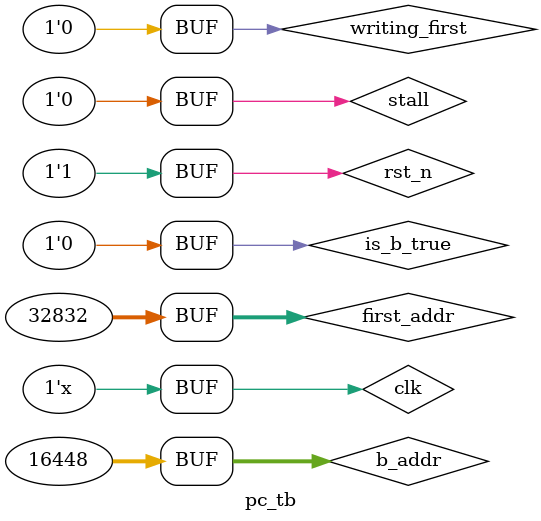
<source format=v>
`timescale 1ns / 1ps


module pc_tb(

    );
    
reg clk=1'b0;
reg rst_n,stall,is_b_true,writing_first;
reg[31:0] b_addr,first_addr;
wire[31:0] pc ;
pc uut (clk,rst_n,stall,is_b_true,b_addr,writing_first,first_addr,pc);

always #5 clk <= !clk; 

initial

begin

rst_n<= 1'b1;
stall<=1'b0;
writing_first <= 1'b0;
is_b_true=1'b0;
#10
writing_first <=1'b1;
first_addr<=32'h00004000;
#10
writing_first <=1'b0;
#50
stall<=1'b1;
#20
stall<=1'b0;
is_b_true=1'b1;
b_addr<=32'h00004040;
#10
is_b_true=1'b0;
#20
rst_n<=1'b0;
#10
rst_n<=1'b1;
writing_first <=1'b1;
first_addr<=32'h00008040;
#10
writing_first <=1'b0;
#20;

end




endmodule

</source>
